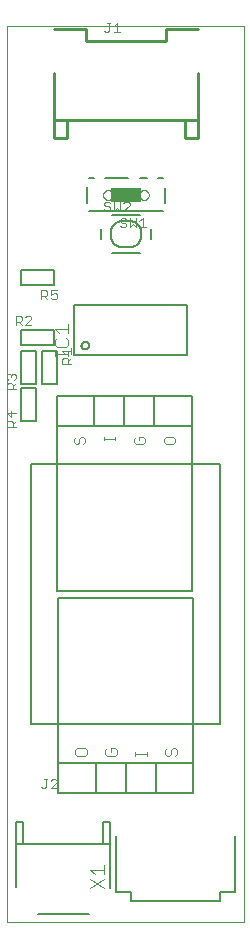
<source format=gto>
G75*
%MOIN*%
%OFA0B0*%
%FSLAX25Y25*%
%IPPOS*%
%LPD*%
%AMOC8*
5,1,8,0,0,1.08239X$1,22.5*
%
%ADD10C,0.00000*%
%ADD11C,0.00800*%
%ADD12C,0.00400*%
%ADD13C,0.01000*%
%ADD14C,0.00500*%
%ADD15C,0.00300*%
%ADD16R,0.10000X0.05000*%
D10*
X0002667Y0001800D02*
X0002667Y0300700D01*
X0081667Y0300700D01*
X0081667Y0001800D01*
X0002667Y0001800D01*
X0034567Y0244300D02*
X0034569Y0244380D01*
X0034575Y0244459D01*
X0034585Y0244538D01*
X0034599Y0244617D01*
X0034616Y0244695D01*
X0034638Y0244772D01*
X0034663Y0244847D01*
X0034693Y0244921D01*
X0034725Y0244994D01*
X0034762Y0245065D01*
X0034802Y0245134D01*
X0034845Y0245201D01*
X0034892Y0245266D01*
X0034941Y0245328D01*
X0034994Y0245388D01*
X0035050Y0245445D01*
X0035108Y0245500D01*
X0035169Y0245551D01*
X0035233Y0245599D01*
X0035299Y0245644D01*
X0035367Y0245686D01*
X0035437Y0245724D01*
X0035509Y0245758D01*
X0035582Y0245789D01*
X0035657Y0245817D01*
X0035734Y0245840D01*
X0035811Y0245860D01*
X0035889Y0245876D01*
X0035968Y0245888D01*
X0036047Y0245896D01*
X0036127Y0245900D01*
X0036207Y0245900D01*
X0036287Y0245896D01*
X0036366Y0245888D01*
X0036445Y0245876D01*
X0036523Y0245860D01*
X0036600Y0245840D01*
X0036677Y0245817D01*
X0036752Y0245789D01*
X0036825Y0245758D01*
X0036897Y0245724D01*
X0036967Y0245686D01*
X0037035Y0245644D01*
X0037101Y0245599D01*
X0037165Y0245551D01*
X0037226Y0245500D01*
X0037284Y0245445D01*
X0037340Y0245388D01*
X0037393Y0245328D01*
X0037442Y0245266D01*
X0037489Y0245201D01*
X0037532Y0245134D01*
X0037572Y0245065D01*
X0037609Y0244994D01*
X0037641Y0244921D01*
X0037671Y0244847D01*
X0037696Y0244772D01*
X0037718Y0244695D01*
X0037735Y0244617D01*
X0037749Y0244538D01*
X0037759Y0244459D01*
X0037765Y0244380D01*
X0037767Y0244300D01*
X0037765Y0244220D01*
X0037759Y0244141D01*
X0037749Y0244062D01*
X0037735Y0243983D01*
X0037718Y0243905D01*
X0037696Y0243828D01*
X0037671Y0243753D01*
X0037641Y0243679D01*
X0037609Y0243606D01*
X0037572Y0243535D01*
X0037532Y0243466D01*
X0037489Y0243399D01*
X0037442Y0243334D01*
X0037393Y0243272D01*
X0037340Y0243212D01*
X0037284Y0243155D01*
X0037226Y0243100D01*
X0037165Y0243049D01*
X0037101Y0243001D01*
X0037035Y0242956D01*
X0036967Y0242914D01*
X0036897Y0242876D01*
X0036825Y0242842D01*
X0036752Y0242811D01*
X0036677Y0242783D01*
X0036600Y0242760D01*
X0036523Y0242740D01*
X0036445Y0242724D01*
X0036366Y0242712D01*
X0036287Y0242704D01*
X0036207Y0242700D01*
X0036127Y0242700D01*
X0036047Y0242704D01*
X0035968Y0242712D01*
X0035889Y0242724D01*
X0035811Y0242740D01*
X0035734Y0242760D01*
X0035657Y0242783D01*
X0035582Y0242811D01*
X0035509Y0242842D01*
X0035437Y0242876D01*
X0035367Y0242914D01*
X0035299Y0242956D01*
X0035233Y0243001D01*
X0035169Y0243049D01*
X0035108Y0243100D01*
X0035050Y0243155D01*
X0034994Y0243212D01*
X0034941Y0243272D01*
X0034892Y0243334D01*
X0034845Y0243399D01*
X0034802Y0243466D01*
X0034762Y0243535D01*
X0034725Y0243606D01*
X0034693Y0243679D01*
X0034663Y0243753D01*
X0034638Y0243828D01*
X0034616Y0243905D01*
X0034599Y0243983D01*
X0034585Y0244062D01*
X0034575Y0244141D01*
X0034569Y0244220D01*
X0034567Y0244300D01*
X0046567Y0244300D02*
X0046569Y0244380D01*
X0046575Y0244459D01*
X0046585Y0244538D01*
X0046599Y0244617D01*
X0046616Y0244695D01*
X0046638Y0244772D01*
X0046663Y0244847D01*
X0046693Y0244921D01*
X0046725Y0244994D01*
X0046762Y0245065D01*
X0046802Y0245134D01*
X0046845Y0245201D01*
X0046892Y0245266D01*
X0046941Y0245328D01*
X0046994Y0245388D01*
X0047050Y0245445D01*
X0047108Y0245500D01*
X0047169Y0245551D01*
X0047233Y0245599D01*
X0047299Y0245644D01*
X0047367Y0245686D01*
X0047437Y0245724D01*
X0047509Y0245758D01*
X0047582Y0245789D01*
X0047657Y0245817D01*
X0047734Y0245840D01*
X0047811Y0245860D01*
X0047889Y0245876D01*
X0047968Y0245888D01*
X0048047Y0245896D01*
X0048127Y0245900D01*
X0048207Y0245900D01*
X0048287Y0245896D01*
X0048366Y0245888D01*
X0048445Y0245876D01*
X0048523Y0245860D01*
X0048600Y0245840D01*
X0048677Y0245817D01*
X0048752Y0245789D01*
X0048825Y0245758D01*
X0048897Y0245724D01*
X0048967Y0245686D01*
X0049035Y0245644D01*
X0049101Y0245599D01*
X0049165Y0245551D01*
X0049226Y0245500D01*
X0049284Y0245445D01*
X0049340Y0245388D01*
X0049393Y0245328D01*
X0049442Y0245266D01*
X0049489Y0245201D01*
X0049532Y0245134D01*
X0049572Y0245065D01*
X0049609Y0244994D01*
X0049641Y0244921D01*
X0049671Y0244847D01*
X0049696Y0244772D01*
X0049718Y0244695D01*
X0049735Y0244617D01*
X0049749Y0244538D01*
X0049759Y0244459D01*
X0049765Y0244380D01*
X0049767Y0244300D01*
X0049765Y0244220D01*
X0049759Y0244141D01*
X0049749Y0244062D01*
X0049735Y0243983D01*
X0049718Y0243905D01*
X0049696Y0243828D01*
X0049671Y0243753D01*
X0049641Y0243679D01*
X0049609Y0243606D01*
X0049572Y0243535D01*
X0049532Y0243466D01*
X0049489Y0243399D01*
X0049442Y0243334D01*
X0049393Y0243272D01*
X0049340Y0243212D01*
X0049284Y0243155D01*
X0049226Y0243100D01*
X0049165Y0243049D01*
X0049101Y0243001D01*
X0049035Y0242956D01*
X0048967Y0242914D01*
X0048897Y0242876D01*
X0048825Y0242842D01*
X0048752Y0242811D01*
X0048677Y0242783D01*
X0048600Y0242760D01*
X0048523Y0242740D01*
X0048445Y0242724D01*
X0048366Y0242712D01*
X0048287Y0242704D01*
X0048207Y0242700D01*
X0048127Y0242700D01*
X0048047Y0242704D01*
X0047968Y0242712D01*
X0047889Y0242724D01*
X0047811Y0242740D01*
X0047734Y0242760D01*
X0047657Y0242783D01*
X0047582Y0242811D01*
X0047509Y0242842D01*
X0047437Y0242876D01*
X0047367Y0242914D01*
X0047299Y0242956D01*
X0047233Y0243001D01*
X0047169Y0243049D01*
X0047108Y0243100D01*
X0047050Y0243155D01*
X0046994Y0243212D01*
X0046941Y0243272D01*
X0046892Y0243334D01*
X0046845Y0243399D01*
X0046802Y0243466D01*
X0046762Y0243535D01*
X0046725Y0243606D01*
X0046693Y0243679D01*
X0046663Y0243753D01*
X0046638Y0243828D01*
X0046616Y0243905D01*
X0046599Y0243983D01*
X0046585Y0244062D01*
X0046575Y0244141D01*
X0046569Y0244220D01*
X0046567Y0244300D01*
D11*
X0062564Y0207765D02*
X0062564Y0190835D01*
X0024769Y0190835D01*
X0024769Y0207765D01*
X0062564Y0207765D01*
X0027328Y0194182D02*
X0027330Y0194253D01*
X0027336Y0194324D01*
X0027346Y0194395D01*
X0027360Y0194464D01*
X0027377Y0194533D01*
X0027399Y0194601D01*
X0027424Y0194668D01*
X0027453Y0194733D01*
X0027485Y0194796D01*
X0027521Y0194858D01*
X0027560Y0194917D01*
X0027603Y0194974D01*
X0027648Y0195029D01*
X0027697Y0195081D01*
X0027748Y0195130D01*
X0027802Y0195176D01*
X0027859Y0195220D01*
X0027917Y0195260D01*
X0027978Y0195296D01*
X0028041Y0195330D01*
X0028106Y0195359D01*
X0028172Y0195385D01*
X0028240Y0195408D01*
X0028308Y0195426D01*
X0028378Y0195441D01*
X0028448Y0195452D01*
X0028519Y0195459D01*
X0028590Y0195462D01*
X0028661Y0195461D01*
X0028732Y0195456D01*
X0028803Y0195447D01*
X0028873Y0195434D01*
X0028942Y0195418D01*
X0029010Y0195397D01*
X0029077Y0195373D01*
X0029143Y0195345D01*
X0029206Y0195313D01*
X0029268Y0195278D01*
X0029328Y0195240D01*
X0029386Y0195198D01*
X0029441Y0195154D01*
X0029494Y0195106D01*
X0029544Y0195055D01*
X0029591Y0195002D01*
X0029635Y0194946D01*
X0029676Y0194888D01*
X0029714Y0194827D01*
X0029748Y0194765D01*
X0029778Y0194700D01*
X0029805Y0194635D01*
X0029829Y0194567D01*
X0029848Y0194499D01*
X0029864Y0194430D01*
X0029876Y0194359D01*
X0029884Y0194289D01*
X0029888Y0194218D01*
X0029888Y0194146D01*
X0029884Y0194075D01*
X0029876Y0194005D01*
X0029864Y0193934D01*
X0029848Y0193865D01*
X0029829Y0193797D01*
X0029805Y0193729D01*
X0029778Y0193664D01*
X0029748Y0193599D01*
X0029714Y0193537D01*
X0029676Y0193476D01*
X0029635Y0193418D01*
X0029591Y0193362D01*
X0029544Y0193309D01*
X0029494Y0193258D01*
X0029441Y0193210D01*
X0029386Y0193166D01*
X0029328Y0193124D01*
X0029268Y0193086D01*
X0029206Y0193051D01*
X0029143Y0193019D01*
X0029077Y0192991D01*
X0029010Y0192967D01*
X0028942Y0192946D01*
X0028873Y0192930D01*
X0028803Y0192917D01*
X0028732Y0192908D01*
X0028661Y0192903D01*
X0028590Y0192902D01*
X0028519Y0192905D01*
X0028448Y0192912D01*
X0028378Y0192923D01*
X0028308Y0192938D01*
X0028240Y0192956D01*
X0028172Y0192979D01*
X0028106Y0193005D01*
X0028041Y0193034D01*
X0027978Y0193068D01*
X0027917Y0193104D01*
X0027859Y0193144D01*
X0027802Y0193188D01*
X0027748Y0193234D01*
X0027697Y0193283D01*
X0027648Y0193335D01*
X0027603Y0193390D01*
X0027560Y0193447D01*
X0027521Y0193506D01*
X0027485Y0193568D01*
X0027453Y0193631D01*
X0027424Y0193696D01*
X0027399Y0193763D01*
X0027377Y0193831D01*
X0027360Y0193900D01*
X0027346Y0193969D01*
X0027336Y0194040D01*
X0027330Y0194111D01*
X0027328Y0194182D01*
X0038785Y0030753D02*
X0038785Y0011855D01*
X0043903Y0011855D01*
X0043903Y0008902D01*
X0073430Y0008902D01*
X0073430Y0011855D01*
X0078549Y0011855D01*
X0078549Y0030753D01*
D12*
X0034845Y0020909D02*
X0034845Y0017840D01*
X0034845Y0016305D02*
X0030241Y0013236D01*
X0030241Y0016305D02*
X0034845Y0013236D01*
X0034845Y0019375D02*
X0030241Y0019375D01*
X0031775Y0017840D01*
X0019158Y0046500D02*
X0017089Y0046500D01*
X0019158Y0048568D01*
X0019158Y0049086D01*
X0018641Y0049603D01*
X0017607Y0049603D01*
X0017089Y0049086D01*
X0015935Y0049603D02*
X0014901Y0049603D01*
X0015418Y0049603D02*
X0015418Y0047017D01*
X0014901Y0046500D01*
X0014384Y0046500D01*
X0013867Y0047017D01*
X0005467Y0167000D02*
X0002364Y0167000D01*
X0002364Y0168551D01*
X0002881Y0169068D01*
X0003915Y0169068D01*
X0004432Y0168551D01*
X0004432Y0167000D01*
X0004432Y0168034D02*
X0005467Y0169068D01*
X0005467Y0171774D02*
X0002364Y0171774D01*
X0003915Y0170223D01*
X0003915Y0172291D01*
X0004432Y0179500D02*
X0004432Y0181051D01*
X0003915Y0181568D01*
X0002881Y0181568D01*
X0002364Y0181051D01*
X0002364Y0179500D01*
X0005467Y0179500D01*
X0004432Y0180534D02*
X0005467Y0181568D01*
X0004950Y0182723D02*
X0005467Y0183240D01*
X0005467Y0184274D01*
X0004950Y0184791D01*
X0004432Y0184791D01*
X0003915Y0184274D01*
X0003915Y0183757D01*
X0003915Y0184274D02*
X0003398Y0184791D01*
X0002881Y0184791D01*
X0002364Y0184274D01*
X0002364Y0183240D01*
X0002881Y0182723D01*
X0005367Y0201000D02*
X0005367Y0204103D01*
X0006918Y0204103D01*
X0007435Y0203586D01*
X0007435Y0202551D01*
X0006918Y0202034D01*
X0005367Y0202034D01*
X0006401Y0202034D02*
X0007435Y0201000D01*
X0008589Y0201000D02*
X0010658Y0203068D01*
X0010658Y0203586D01*
X0010141Y0204103D01*
X0009107Y0204103D01*
X0008589Y0203586D01*
X0008589Y0201000D02*
X0010658Y0201000D01*
X0013921Y0209500D02*
X0013921Y0212603D01*
X0015472Y0212603D01*
X0015990Y0212086D01*
X0015990Y0211051D01*
X0015472Y0210534D01*
X0013921Y0210534D01*
X0014955Y0210534D02*
X0015990Y0209500D01*
X0017144Y0210017D02*
X0017661Y0209500D01*
X0018695Y0209500D01*
X0019212Y0210017D01*
X0019212Y0211051D01*
X0018695Y0211568D01*
X0018178Y0211568D01*
X0017144Y0211051D01*
X0017144Y0212603D01*
X0019212Y0212603D01*
X0018390Y0199751D02*
X0022994Y0199751D01*
X0022994Y0198217D02*
X0022994Y0201286D01*
X0022227Y0196682D02*
X0022994Y0195915D01*
X0022994Y0194380D01*
X0022227Y0193613D01*
X0019158Y0193613D01*
X0018390Y0194380D01*
X0018390Y0195915D01*
X0019158Y0196682D01*
X0019925Y0198217D02*
X0018390Y0199751D01*
X0018390Y0192078D02*
X0018390Y0190543D01*
X0018390Y0191311D02*
X0022994Y0191311D01*
X0022994Y0192078D02*
X0022994Y0190543D01*
X0022415Y0190123D02*
X0022932Y0189606D01*
X0022932Y0188055D01*
X0022932Y0189089D02*
X0023967Y0190123D01*
X0023967Y0191277D02*
X0023967Y0193346D01*
X0023967Y0192311D02*
X0020864Y0192311D01*
X0021898Y0191277D01*
X0021381Y0190123D02*
X0022415Y0190123D01*
X0021381Y0190123D02*
X0020864Y0189606D01*
X0020864Y0188055D01*
X0023967Y0188055D01*
X0035384Y0239000D02*
X0034867Y0239517D01*
X0035384Y0239000D02*
X0036418Y0239000D01*
X0036935Y0239517D01*
X0036935Y0240034D01*
X0036418Y0240551D01*
X0035384Y0240551D01*
X0034867Y0241068D01*
X0034867Y0241586D01*
X0035384Y0242103D01*
X0036418Y0242103D01*
X0036935Y0241586D01*
X0038089Y0242103D02*
X0038089Y0239000D01*
X0039124Y0240034D01*
X0040158Y0239000D01*
X0040158Y0242103D01*
X0041312Y0241586D02*
X0041829Y0242103D01*
X0042863Y0242103D01*
X0043381Y0241586D01*
X0043381Y0241068D01*
X0041312Y0239000D01*
X0043381Y0239000D01*
X0043421Y0236603D02*
X0043421Y0233500D01*
X0044455Y0234534D01*
X0045490Y0233500D01*
X0045490Y0236603D01*
X0046644Y0235568D02*
X0047678Y0236603D01*
X0047678Y0233500D01*
X0046644Y0233500D02*
X0048712Y0233500D01*
X0042267Y0234017D02*
X0041750Y0233500D01*
X0040716Y0233500D01*
X0040198Y0234017D01*
X0040716Y0235051D02*
X0040198Y0235568D01*
X0040198Y0236086D01*
X0040716Y0236603D01*
X0041750Y0236603D01*
X0042267Y0236086D01*
X0041750Y0235051D02*
X0042267Y0234534D01*
X0042267Y0234017D01*
X0041750Y0235051D02*
X0040716Y0235051D01*
X0040158Y0298500D02*
X0038089Y0298500D01*
X0039124Y0298500D02*
X0039124Y0301603D01*
X0038089Y0300568D01*
X0036935Y0301603D02*
X0035901Y0301603D01*
X0036418Y0301603D02*
X0036418Y0299017D01*
X0035901Y0298500D01*
X0035384Y0298500D01*
X0034867Y0299017D01*
D13*
X0028781Y0299520D02*
X0028781Y0295583D01*
X0055552Y0295583D01*
X0055552Y0299520D01*
X0066182Y0299520D01*
X0066182Y0284816D02*
X0066182Y0269206D01*
X0066182Y0263300D01*
X0061852Y0263300D01*
X0061852Y0269206D01*
X0022482Y0269206D01*
X0022482Y0263300D01*
X0018151Y0263300D01*
X0018151Y0269206D01*
X0018151Y0284816D01*
X0018151Y0299520D02*
X0028781Y0299520D01*
X0022482Y0269206D02*
X0018151Y0269206D01*
X0061852Y0269206D02*
X0066182Y0269206D01*
D14*
X0055159Y0246662D02*
X0055159Y0241544D01*
X0054371Y0238800D02*
X0029962Y0238800D01*
X0029175Y0241544D02*
X0029175Y0247056D01*
X0029962Y0249812D02*
X0031537Y0249812D01*
X0035080Y0249812D02*
X0042954Y0249812D01*
X0046891Y0249812D02*
X0049253Y0249812D01*
X0052797Y0249812D02*
X0054371Y0249812D01*
X0050434Y0232875D02*
X0050434Y0229725D01*
X0046891Y0225001D02*
X0037442Y0225001D01*
X0040592Y0226969D02*
X0043741Y0226969D01*
X0043742Y0226969D02*
X0043865Y0226983D01*
X0043988Y0227001D01*
X0044111Y0227023D01*
X0044232Y0227049D01*
X0044353Y0227079D01*
X0044473Y0227112D01*
X0044591Y0227149D01*
X0044709Y0227190D01*
X0044825Y0227235D01*
X0044939Y0227283D01*
X0045052Y0227335D01*
X0045164Y0227390D01*
X0045273Y0227449D01*
X0045381Y0227511D01*
X0045486Y0227577D01*
X0045590Y0227645D01*
X0045691Y0227717D01*
X0045790Y0227793D01*
X0045887Y0227871D01*
X0045981Y0227952D01*
X0046072Y0228036D01*
X0046161Y0228123D01*
X0046247Y0228213D01*
X0046330Y0228305D01*
X0046411Y0228400D01*
X0046488Y0228498D01*
X0046562Y0228598D01*
X0046633Y0228700D01*
X0046700Y0228804D01*
X0046765Y0228910D01*
X0046826Y0229019D01*
X0046883Y0229129D01*
X0046937Y0229241D01*
X0046988Y0229354D01*
X0047035Y0229469D01*
X0047078Y0229586D01*
X0047118Y0229704D01*
X0047154Y0229823D01*
X0047186Y0229943D01*
X0047214Y0230064D01*
X0047239Y0230186D01*
X0047260Y0230308D01*
X0047276Y0230431D01*
X0047289Y0230555D01*
X0047298Y0230679D01*
X0047304Y0230803D01*
X0047305Y0230927D01*
X0047302Y0231052D01*
X0047296Y0231176D01*
X0047285Y0231300D01*
X0046891Y0237599D02*
X0037442Y0237599D01*
X0040592Y0235631D02*
X0043741Y0235631D01*
X0043742Y0235631D02*
X0043865Y0235617D01*
X0043988Y0235599D01*
X0044111Y0235577D01*
X0044232Y0235551D01*
X0044353Y0235521D01*
X0044473Y0235488D01*
X0044591Y0235451D01*
X0044709Y0235410D01*
X0044825Y0235365D01*
X0044939Y0235317D01*
X0045052Y0235265D01*
X0045164Y0235210D01*
X0045273Y0235151D01*
X0045381Y0235089D01*
X0045486Y0235023D01*
X0045590Y0234955D01*
X0045691Y0234883D01*
X0045790Y0234807D01*
X0045887Y0234729D01*
X0045981Y0234648D01*
X0046072Y0234564D01*
X0046161Y0234477D01*
X0046247Y0234387D01*
X0046330Y0234295D01*
X0046411Y0234200D01*
X0046488Y0234102D01*
X0046562Y0234002D01*
X0046633Y0233900D01*
X0046700Y0233796D01*
X0046765Y0233690D01*
X0046826Y0233581D01*
X0046883Y0233471D01*
X0046937Y0233359D01*
X0046988Y0233246D01*
X0047035Y0233131D01*
X0047078Y0233014D01*
X0047118Y0232896D01*
X0047154Y0232777D01*
X0047186Y0232657D01*
X0047214Y0232536D01*
X0047239Y0232414D01*
X0047260Y0232292D01*
X0047276Y0232169D01*
X0047289Y0232045D01*
X0047298Y0231921D01*
X0047304Y0231797D01*
X0047305Y0231673D01*
X0047302Y0231548D01*
X0047296Y0231424D01*
X0047285Y0231300D01*
X0040592Y0226969D02*
X0040469Y0226983D01*
X0040346Y0227001D01*
X0040223Y0227023D01*
X0040102Y0227049D01*
X0039981Y0227079D01*
X0039861Y0227112D01*
X0039743Y0227149D01*
X0039625Y0227190D01*
X0039509Y0227235D01*
X0039395Y0227283D01*
X0039282Y0227335D01*
X0039170Y0227390D01*
X0039061Y0227449D01*
X0038953Y0227511D01*
X0038848Y0227577D01*
X0038744Y0227645D01*
X0038643Y0227717D01*
X0038544Y0227793D01*
X0038447Y0227871D01*
X0038353Y0227952D01*
X0038262Y0228036D01*
X0038173Y0228123D01*
X0038087Y0228213D01*
X0038004Y0228305D01*
X0037923Y0228400D01*
X0037846Y0228498D01*
X0037772Y0228598D01*
X0037701Y0228700D01*
X0037634Y0228804D01*
X0037569Y0228910D01*
X0037508Y0229019D01*
X0037451Y0229129D01*
X0037397Y0229241D01*
X0037346Y0229354D01*
X0037299Y0229469D01*
X0037256Y0229586D01*
X0037216Y0229704D01*
X0037180Y0229823D01*
X0037148Y0229943D01*
X0037120Y0230064D01*
X0037095Y0230186D01*
X0037074Y0230308D01*
X0037058Y0230431D01*
X0037045Y0230555D01*
X0037036Y0230679D01*
X0037030Y0230803D01*
X0037029Y0230927D01*
X0037032Y0231052D01*
X0037038Y0231176D01*
X0037049Y0231300D01*
X0033899Y0232875D02*
X0033899Y0229725D01*
X0037049Y0231300D02*
X0037038Y0231424D01*
X0037032Y0231548D01*
X0037029Y0231673D01*
X0037030Y0231797D01*
X0037036Y0231921D01*
X0037045Y0232045D01*
X0037058Y0232169D01*
X0037074Y0232292D01*
X0037095Y0232414D01*
X0037120Y0232536D01*
X0037148Y0232657D01*
X0037180Y0232777D01*
X0037216Y0232896D01*
X0037256Y0233014D01*
X0037299Y0233131D01*
X0037346Y0233246D01*
X0037397Y0233359D01*
X0037451Y0233471D01*
X0037508Y0233581D01*
X0037569Y0233690D01*
X0037634Y0233796D01*
X0037701Y0233900D01*
X0037772Y0234002D01*
X0037846Y0234102D01*
X0037923Y0234200D01*
X0038004Y0234295D01*
X0038087Y0234387D01*
X0038173Y0234477D01*
X0038262Y0234564D01*
X0038353Y0234648D01*
X0038447Y0234729D01*
X0038544Y0234807D01*
X0038643Y0234883D01*
X0038744Y0234955D01*
X0038848Y0235023D01*
X0038953Y0235089D01*
X0039061Y0235151D01*
X0039170Y0235210D01*
X0039282Y0235265D01*
X0039395Y0235317D01*
X0039509Y0235365D01*
X0039625Y0235410D01*
X0039743Y0235451D01*
X0039861Y0235488D01*
X0039981Y0235521D01*
X0040102Y0235551D01*
X0040223Y0235577D01*
X0040346Y0235599D01*
X0040469Y0235617D01*
X0040592Y0235631D01*
X0041667Y0177300D02*
X0031667Y0177300D01*
X0031667Y0167300D01*
X0019167Y0167300D01*
X0019167Y0177300D01*
X0031667Y0177300D01*
X0031667Y0167300D02*
X0041667Y0167300D01*
X0041667Y0177300D01*
X0051667Y0177300D01*
X0051667Y0167300D01*
X0041667Y0167300D01*
X0051667Y0167300D02*
X0064167Y0167300D01*
X0064167Y0112300D01*
X0019167Y0112300D01*
X0019167Y0167300D01*
X0019167Y0181300D02*
X0014167Y0181300D01*
X0014167Y0192300D01*
X0019167Y0192300D01*
X0019167Y0181300D01*
X0018167Y0194300D02*
X0018167Y0199300D01*
X0007167Y0199300D01*
X0007167Y0194300D01*
X0018167Y0194300D01*
X0012167Y0192300D02*
X0012167Y0181300D01*
X0007167Y0181300D01*
X0007167Y0192300D01*
X0012167Y0192300D01*
X0012167Y0179800D02*
X0007167Y0179800D01*
X0007167Y0168800D01*
X0012167Y0168800D01*
X0012167Y0179800D01*
X0010667Y0154500D02*
X0010667Y0067800D01*
X0073667Y0067800D01*
X0073667Y0154500D01*
X0010667Y0154500D01*
X0019667Y0109800D02*
X0064667Y0109800D01*
X0064667Y0054800D01*
X0052167Y0054800D01*
X0052167Y0044800D01*
X0042167Y0044800D01*
X0042167Y0054800D01*
X0052167Y0054800D01*
X0052167Y0044800D02*
X0064667Y0044800D01*
X0064667Y0054800D01*
X0042167Y0054800D02*
X0032167Y0054800D01*
X0032167Y0044800D01*
X0019667Y0044800D01*
X0019667Y0054800D01*
X0032167Y0054800D01*
X0032167Y0044800D02*
X0042167Y0044800D01*
X0036915Y0035198D02*
X0036915Y0028111D01*
X0036915Y0013150D01*
X0036915Y0028111D02*
X0034552Y0028111D01*
X0034552Y0035198D01*
X0036915Y0035198D01*
X0034552Y0028111D02*
X0007781Y0028111D01*
X0007781Y0035198D01*
X0005419Y0035198D01*
X0005419Y0028111D01*
X0005419Y0013544D01*
X0005419Y0028111D02*
X0007781Y0028111D01*
X0012899Y0004489D02*
X0029828Y0004489D01*
X0019667Y0054800D02*
X0019667Y0109800D01*
X0018167Y0214300D02*
X0007167Y0214300D01*
X0007167Y0219300D01*
X0018167Y0219300D01*
X0018167Y0214300D01*
X0051667Y0177300D02*
X0064167Y0177300D01*
X0064167Y0167300D01*
D15*
X0058517Y0163118D02*
X0057899Y0163736D01*
X0055431Y0163736D01*
X0054813Y0163118D01*
X0054813Y0161884D01*
X0055431Y0161267D01*
X0057899Y0161267D01*
X0058517Y0161884D01*
X0058517Y0163118D01*
X0048517Y0163118D02*
X0047899Y0163736D01*
X0046665Y0163736D01*
X0046665Y0162501D01*
X0045431Y0161267D02*
X0047899Y0161267D01*
X0048517Y0161884D01*
X0048517Y0163118D01*
X0045431Y0163736D02*
X0044813Y0163118D01*
X0044813Y0161884D01*
X0045431Y0161267D01*
X0038517Y0162495D02*
X0038517Y0163729D01*
X0038517Y0163112D02*
X0034813Y0163112D01*
X0034813Y0162495D02*
X0034813Y0163729D01*
X0028517Y0163118D02*
X0028517Y0161884D01*
X0027899Y0161267D01*
X0026665Y0161884D02*
X0026665Y0163118D01*
X0027282Y0163736D01*
X0027899Y0163736D01*
X0028517Y0163118D01*
X0026665Y0161884D02*
X0026048Y0161267D01*
X0025431Y0161267D01*
X0024813Y0161884D01*
X0024813Y0163118D01*
X0025431Y0163736D01*
X0025931Y0059919D02*
X0025313Y0059302D01*
X0025313Y0058067D01*
X0025931Y0057450D01*
X0028399Y0057450D01*
X0029017Y0058067D01*
X0029017Y0059302D01*
X0028399Y0059919D01*
X0025931Y0059919D01*
X0035313Y0059302D02*
X0035313Y0058067D01*
X0035931Y0057450D01*
X0038399Y0057450D01*
X0039017Y0058067D01*
X0039017Y0059302D01*
X0038399Y0059919D01*
X0037165Y0059919D01*
X0037165Y0058684D01*
X0035931Y0059919D02*
X0035313Y0059302D01*
X0045313Y0058684D02*
X0045313Y0057450D01*
X0045313Y0058067D02*
X0049017Y0058067D01*
X0049017Y0057450D02*
X0049017Y0058684D01*
X0055313Y0058067D02*
X0055931Y0057450D01*
X0056548Y0057450D01*
X0057165Y0058067D01*
X0057165Y0059302D01*
X0057782Y0059919D01*
X0058399Y0059919D01*
X0059017Y0059302D01*
X0059017Y0058067D01*
X0058399Y0057450D01*
X0055931Y0059919D02*
X0055313Y0059302D01*
X0055313Y0058067D01*
D16*
X0042167Y0244300D03*
M02*

</source>
